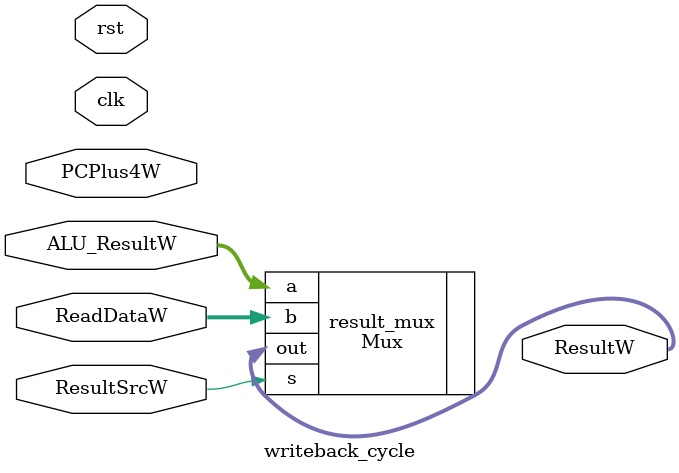
<source format=v>
module writeback_cycle (
    input clk, rst, ResultSrcW,
    input [31:0] PCPlus4W, ALU_ResultW, ReadDataW,
    output [31:0] ResultW
);

Mux result_mux(.a(ALU_ResultW), .b(ReadDataW), .s(ResultSrcW), .out(ResultW));
    
endmodule
</source>
